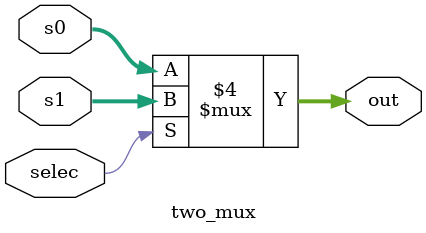
<source format=sv>
module two_mux(input logic selec,
					input logic[15:0] s0, s1,
					output logic[15:0] out);
always_comb
begin
	if(selec==1'b0)
		out=s0;
	else
		out=s1;
end
endmodule

</source>
